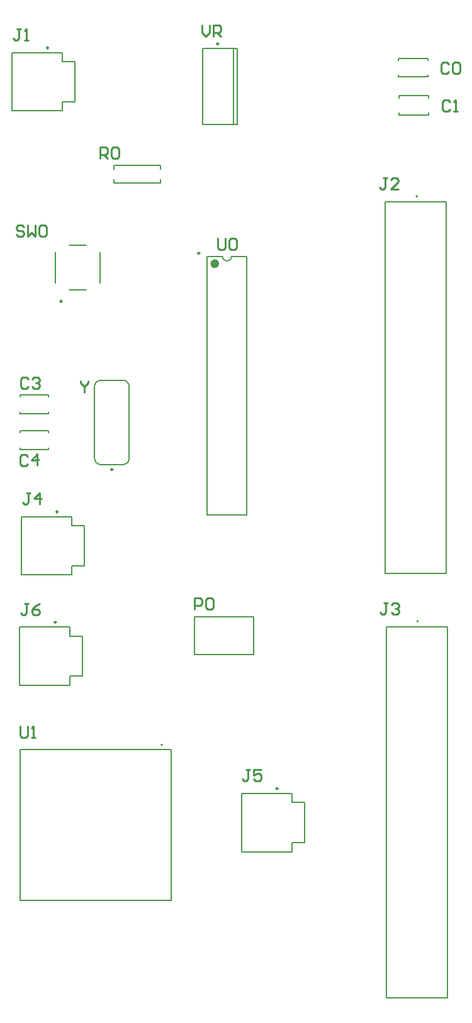
<source format=gto>
G04*
G04 #@! TF.GenerationSoftware,Altium Limited,Altium Designer,24.0.1 (36)*
G04*
G04 Layer_Color=65535*
%FSLAX44Y44*%
%MOMM*%
G71*
G04*
G04 #@! TF.SameCoordinates,AD72D708-2F1B-4BA6-821B-E73127EA62D2*
G04*
G04*
G04 #@! TF.FilePolarity,Positive*
G04*
G01*
G75*
%ADD10C,0.2500*%
%ADD11C,0.6000*%
%ADD12C,0.2000*%
%ADD13C,0.1270*%
%ADD14C,0.2000*%
%ADD15C,0.2540*%
D10*
X152740Y1018760D02*
G03*
X152740Y1018760I-1250J0D01*
G01*
X337800Y1083610D02*
G03*
X337800Y1083610I-1250J0D01*
G01*
X147330Y735410D02*
G03*
X147330Y735410I-1250J0D01*
G01*
X144790Y586820D02*
G03*
X144790Y586820I-1250J0D01*
G01*
X363200Y1365600D02*
G03*
X363200Y1365600I-1250J0D01*
G01*
X443210Y362780D02*
G03*
X443210Y362780I-1250J0D01*
G01*
X134630Y1360250D02*
G03*
X134630Y1360250I-1250J0D01*
G01*
X220960Y792460D02*
G03*
X220960Y792460I-1250J0D01*
G01*
D11*
X361150Y1069510D02*
G03*
X361150Y1069510I-3000J0D01*
G01*
D12*
X368300Y1079510D02*
G03*
X381000Y1079510I6350J0D01*
G01*
X288020Y421690D02*
G03*
X288020Y421690I-1000J0D01*
G01*
X632190Y587960D02*
G03*
X632190Y587960I-1000J0D01*
G01*
X204710Y912460D02*
G03*
X196460Y904210I0J-8250D01*
G01*
X242960Y904210D02*
G03*
X234710Y912460I-8250J0D01*
G01*
X234710Y798960D02*
G03*
X242960Y807210I0J8250D01*
G01*
X196460D02*
G03*
X204710Y798960I8250J0D01*
G01*
X630920Y1160070D02*
G03*
X630920Y1160070I-1000J0D01*
G01*
X604840Y1346000D02*
X644840D01*
Y1321000D02*
Y1323750D01*
Y1343250D02*
Y1346000D01*
X604840Y1321000D02*
X644840D01*
X604840D02*
Y1323750D01*
Y1343250D02*
Y1346000D01*
X606110Y1295700D02*
X646110D01*
Y1269700D02*
Y1272950D01*
Y1292450D02*
Y1295700D01*
X606110Y1269700D02*
X646110D01*
X606110D02*
Y1272950D01*
Y1292450D02*
Y1295700D01*
X162700Y1034310D02*
X185280D01*
X162700Y1094210D02*
X184990D01*
X144040Y1043220D02*
Y1085260D01*
X203940Y1043220D02*
Y1085260D01*
X348150Y731510D02*
X401150D01*
X381000Y1079510D02*
X401150D01*
X348150D02*
X368300D01*
X401150Y731510D02*
Y1079510D01*
X348150Y731510D02*
Y1079510D01*
X98080Y650310D02*
X166080D01*
Y662810D01*
X183080D01*
X98080Y728910D02*
X166080D01*
Y716410D02*
Y728910D01*
Y716410D02*
X183080D01*
Y662810D02*
Y716410D01*
X98080Y650310D02*
Y728910D01*
X95540Y501720D02*
X163540D01*
Y514220D01*
X180540D01*
X95540Y580320D02*
X163540D01*
Y567820D02*
Y580320D01*
Y567820D02*
X180540D01*
Y514220D02*
Y567820D01*
X95540Y501720D02*
Y580320D01*
X383550Y1257100D02*
Y1359100D01*
X388550Y1257100D02*
Y1359100D01*
X341550Y1257100D02*
Y1359100D01*
Y1257100D02*
X388550D01*
X341550Y1359100D02*
X388550D01*
X222500Y1201990D02*
X285500D01*
X222500Y1177990D02*
X285500D01*
Y1183250D01*
X222500Y1196730D02*
Y1201990D01*
X285500Y1196730D02*
Y1201990D01*
X222500Y1177990D02*
Y1183250D01*
X330840Y543560D02*
X410840D01*
Y594360D01*
X330840D02*
X410840D01*
X330840Y543560D02*
Y594360D01*
X393960Y277680D02*
Y356280D01*
X478960Y290180D02*
Y343780D01*
X461960D02*
X478960D01*
X461960D02*
Y356280D01*
X393960D02*
X461960D01*
Y290180D02*
X478960D01*
X461960Y277680D02*
Y290180D01*
X393960Y277680D02*
X461960D01*
X85380Y1275150D02*
Y1353750D01*
X170380Y1287650D02*
Y1341250D01*
X153380D02*
X170380D01*
X153380D02*
Y1353750D01*
X85380D02*
X153380D01*
Y1287650D02*
X170380D01*
X153380Y1275150D02*
Y1287650D01*
X85380Y1275150D02*
X153380D01*
X134620Y867410D02*
Y869610D01*
X96520Y867410D02*
Y869610D01*
Y890610D02*
Y892810D01*
X134620Y890610D02*
Y892810D01*
X96520Y867410D02*
X134620D01*
X96520Y892810D02*
X134620D01*
X204710Y798960D02*
X234710D01*
X204710Y912460D02*
X234710D01*
X196460Y807210D02*
Y904210D01*
X242960Y807210D02*
Y904210D01*
X134620Y819150D02*
Y821350D01*
X96520Y819150D02*
Y821350D01*
Y842350D02*
Y844550D01*
X134620Y842350D02*
Y844550D01*
X96520Y819150D02*
X134620D01*
X96520Y844550D02*
X134620D01*
D13*
X96520Y415290D02*
X299720D01*
Y212090D02*
Y415290D01*
X96520Y212090D02*
X299720D01*
X96520D02*
Y415290D01*
X588690Y80460D02*
Y580460D01*
X671190D01*
Y80460D02*
Y580460D01*
X588690Y80460D02*
X671190D01*
X587420Y652570D02*
Y1152570D01*
X669920D01*
Y652570D02*
Y1152570D01*
X587420Y652570D02*
X669920D01*
D14*
X234710Y798960D02*
D03*
D15*
X673101Y1338578D02*
X670562Y1341118D01*
X665483D01*
X662944Y1338578D01*
Y1328422D01*
X665483Y1325883D01*
X670562D01*
X673101Y1328422D01*
X678179Y1338578D02*
X680718Y1341118D01*
X685797D01*
X688336Y1338578D01*
Y1328422D01*
X685797Y1325883D01*
X680718D01*
X678179Y1328422D01*
Y1338578D01*
X674370Y1287778D02*
X671831Y1290318D01*
X666752D01*
X664213Y1287778D01*
Y1277622D01*
X666752Y1275082D01*
X671831D01*
X674370Y1277622D01*
X679448Y1275082D02*
X684527D01*
X681988D01*
Y1290318D01*
X679448Y1287778D01*
X101603Y1118868D02*
X99064Y1121407D01*
X93986D01*
X91447Y1118868D01*
Y1116329D01*
X93986Y1113790D01*
X99064D01*
X101603Y1111251D01*
Y1108712D01*
X99064Y1106172D01*
X93986D01*
X91447Y1108712D01*
X106682Y1121407D02*
Y1106172D01*
X111760Y1111251D01*
X116838Y1106172D01*
Y1121407D01*
X121917Y1118868D02*
X124456Y1121407D01*
X129534D01*
X132073Y1118868D01*
Y1108712D01*
X129534Y1106172D01*
X124456D01*
X121917Y1108712D01*
Y1118868D01*
X361954Y1103627D02*
Y1090932D01*
X364493Y1088392D01*
X369572D01*
X372111Y1090932D01*
Y1103627D01*
X377189Y1101088D02*
X379728Y1103627D01*
X384807D01*
X387346Y1101088D01*
Y1090932D01*
X384807Y1088392D01*
X379728D01*
X377189Y1090932D01*
Y1101088D01*
X109471Y760725D02*
X104392D01*
X106931D01*
Y748029D01*
X104392Y745490D01*
X101853D01*
X99314Y748029D01*
X122167Y745490D02*
Y760725D01*
X114549Y753108D01*
X124706D01*
X106931Y612135D02*
X101852D01*
X104391D01*
Y599439D01*
X101852Y596900D01*
X99313D01*
X96774Y599439D01*
X122166Y612135D02*
X117087Y609596D01*
X112009Y604518D01*
Y599439D01*
X114548Y596900D01*
X119627D01*
X122166Y599439D01*
Y601978D01*
X119627Y604518D01*
X112009D01*
X106658Y810247D02*
X104108Y812775D01*
X99029Y812752D01*
X96502Y810202D01*
X96547Y800045D01*
X99097Y797517D01*
X104176Y797540D01*
X106704Y800090D01*
X119411Y797608D02*
X119343Y812843D01*
X111759Y805191D01*
X121916Y805237D01*
X177546Y911093D02*
Y908554D01*
X182624Y903475D01*
X187703Y908554D01*
Y911093D01*
X182624Y903475D02*
Y895858D01*
X341376Y1390899D02*
Y1380742D01*
X346454Y1375664D01*
X351533Y1380742D01*
Y1390899D01*
X356611Y1375664D02*
Y1390899D01*
X364229D01*
X366768Y1388360D01*
Y1383282D01*
X364229Y1380742D01*
X356611D01*
X361689D02*
X366768Y1375664D01*
X96266Y446527D02*
Y433831D01*
X98805Y431292D01*
X103883D01*
X106423Y433831D01*
Y446527D01*
X111501Y431292D02*
X116579D01*
X114040D01*
Y446527D01*
X111501Y443988D01*
X203454Y1210818D02*
Y1226053D01*
X211071D01*
X213611Y1223514D01*
Y1218436D01*
X211071Y1215896D01*
X203454D01*
X208532D02*
X213611Y1210818D01*
X218689Y1223514D02*
X221228Y1226053D01*
X226307D01*
X228846Y1223514D01*
Y1213357D01*
X226307Y1210818D01*
X221228D01*
X218689Y1213357D01*
Y1223514D01*
X330962Y604520D02*
Y619755D01*
X338579D01*
X341119Y617216D01*
Y612137D01*
X338579Y609598D01*
X330962D01*
X346197Y617216D02*
X348736Y619755D01*
X353815D01*
X356354Y617216D01*
Y607059D01*
X353815Y604520D01*
X348736D01*
X346197Y607059D01*
Y617216D01*
X405381Y388107D02*
X400302D01*
X402841D01*
Y375411D01*
X400302Y372872D01*
X397763D01*
X395224Y375411D01*
X420616Y388107D02*
X410459D01*
Y380490D01*
X415537Y383029D01*
X418077D01*
X420616Y380490D01*
Y375411D01*
X418077Y372872D01*
X412998D01*
X410459Y375411D01*
X591055Y612897D02*
X585976D01*
X588516D01*
Y600201D01*
X585976Y597662D01*
X583437D01*
X580898Y600201D01*
X596133Y610358D02*
X598672Y612897D01*
X603751D01*
X606290Y610358D01*
Y607819D01*
X603751Y605280D01*
X601211D01*
X603751D01*
X606290Y602740D01*
Y600201D01*
X603751Y597662D01*
X598672D01*
X596133Y600201D01*
X589785Y1184905D02*
X584706D01*
X587245D01*
Y1172209D01*
X584706Y1169670D01*
X582167D01*
X579628Y1172209D01*
X605020Y1169670D02*
X594863D01*
X605020Y1179827D01*
Y1182366D01*
X602481Y1184905D01*
X597402D01*
X594863Y1182366D01*
X96771Y1385565D02*
X91692D01*
X94232D01*
Y1372869D01*
X91692Y1370330D01*
X89153D01*
X86614Y1372869D01*
X101849Y1370330D02*
X106927D01*
X104388D01*
Y1385565D01*
X101849Y1383026D01*
X107693Y914396D02*
X105154Y916935D01*
X100075D01*
X97536Y914396D01*
Y904239D01*
X100075Y901700D01*
X105154D01*
X107693Y904239D01*
X112771Y914396D02*
X115310Y916935D01*
X120389D01*
X122928Y914396D01*
Y911857D01*
X120389Y909317D01*
X117849D01*
X120389D01*
X122928Y906778D01*
Y904239D01*
X120389Y901700D01*
X115310D01*
X112771Y904239D01*
M02*

</source>
